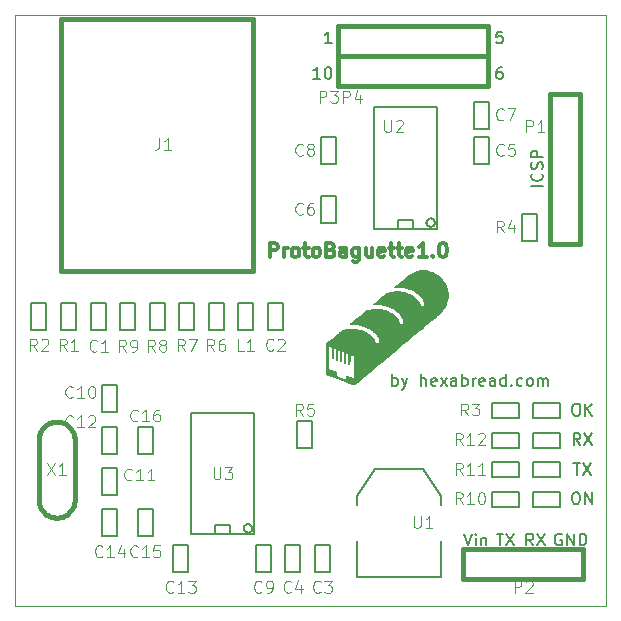
<source format=gto>
G04 (created by PCBNEW-RS274X (2012-apr-16-27)-stable) date dim. 09 juin 2013 19:20:32 CEST*
G01*
G70*
G90*
%MOIN*%
G04 Gerber Fmt 3.4, Leading zero omitted, Abs format*
%FSLAX34Y34*%
G04 APERTURE LIST*
%ADD10C,0.006000*%
%ADD11C,0.007900*%
%ADD12C,0.011800*%
%ADD13C,0.003900*%
%ADD14C,0.015000*%
%ADD15C,0.005000*%
%ADD16C,0.008000*%
%ADD17C,0.000100*%
G04 APERTURE END LIST*
G54D10*
G54D11*
X31421Y-36773D02*
X31196Y-36773D01*
X31309Y-36773D02*
X31309Y-36379D01*
X31271Y-36436D01*
X31234Y-36473D01*
X31196Y-36492D01*
X31665Y-36379D02*
X31702Y-36379D01*
X31740Y-36398D01*
X31759Y-36417D01*
X31777Y-36455D01*
X31796Y-36530D01*
X31796Y-36623D01*
X31777Y-36698D01*
X31759Y-36736D01*
X31740Y-36755D01*
X31702Y-36773D01*
X31665Y-36773D01*
X31627Y-36755D01*
X31609Y-36736D01*
X31590Y-36698D01*
X31571Y-36623D01*
X31571Y-36530D01*
X31590Y-36455D01*
X31609Y-36417D01*
X31627Y-36398D01*
X31665Y-36379D01*
X37478Y-36379D02*
X37403Y-36379D01*
X37365Y-36398D01*
X37346Y-36417D01*
X37309Y-36473D01*
X37290Y-36548D01*
X37290Y-36698D01*
X37309Y-36736D01*
X37328Y-36755D01*
X37365Y-36773D01*
X37440Y-36773D01*
X37478Y-36755D01*
X37496Y-36736D01*
X37515Y-36698D01*
X37515Y-36605D01*
X37496Y-36567D01*
X37478Y-36548D01*
X37440Y-36530D01*
X37365Y-36530D01*
X37328Y-36548D01*
X37309Y-36567D01*
X37290Y-36605D01*
X37496Y-35198D02*
X37309Y-35198D01*
X37290Y-35386D01*
X37309Y-35367D01*
X37346Y-35349D01*
X37440Y-35349D01*
X37478Y-35367D01*
X37496Y-35386D01*
X37515Y-35424D01*
X37515Y-35517D01*
X37496Y-35555D01*
X37478Y-35574D01*
X37440Y-35592D01*
X37346Y-35592D01*
X37309Y-35574D01*
X37290Y-35555D01*
X31806Y-35592D02*
X31581Y-35592D01*
X31694Y-35592D02*
X31694Y-35198D01*
X31656Y-35255D01*
X31619Y-35292D01*
X31581Y-35311D01*
X33820Y-47009D02*
X33820Y-46615D01*
X33820Y-46766D02*
X33857Y-46747D01*
X33932Y-46747D01*
X33970Y-46766D01*
X33989Y-46784D01*
X34007Y-46822D01*
X34007Y-46934D01*
X33989Y-46972D01*
X33970Y-46991D01*
X33932Y-47009D01*
X33857Y-47009D01*
X33820Y-46991D01*
X34138Y-46747D02*
X34232Y-47009D01*
X34326Y-46747D02*
X34232Y-47009D01*
X34195Y-47103D01*
X34176Y-47122D01*
X34138Y-47141D01*
X34776Y-47009D02*
X34776Y-46615D01*
X34945Y-47009D02*
X34945Y-46803D01*
X34926Y-46766D01*
X34888Y-46747D01*
X34832Y-46747D01*
X34795Y-46766D01*
X34776Y-46784D01*
X35282Y-46991D02*
X35244Y-47009D01*
X35169Y-47009D01*
X35132Y-46991D01*
X35113Y-46953D01*
X35113Y-46803D01*
X35132Y-46766D01*
X35169Y-46747D01*
X35244Y-46747D01*
X35282Y-46766D01*
X35301Y-46803D01*
X35301Y-46841D01*
X35113Y-46878D01*
X35432Y-47009D02*
X35639Y-46747D01*
X35432Y-46747D02*
X35639Y-47009D01*
X35958Y-47009D02*
X35958Y-46803D01*
X35939Y-46766D01*
X35901Y-46747D01*
X35826Y-46747D01*
X35789Y-46766D01*
X35958Y-46991D02*
X35920Y-47009D01*
X35826Y-47009D01*
X35789Y-46991D01*
X35770Y-46953D01*
X35770Y-46916D01*
X35789Y-46878D01*
X35826Y-46859D01*
X35920Y-46859D01*
X35958Y-46841D01*
X36145Y-47009D02*
X36145Y-46615D01*
X36145Y-46766D02*
X36182Y-46747D01*
X36257Y-46747D01*
X36295Y-46766D01*
X36314Y-46784D01*
X36332Y-46822D01*
X36332Y-46934D01*
X36314Y-46972D01*
X36295Y-46991D01*
X36257Y-47009D01*
X36182Y-47009D01*
X36145Y-46991D01*
X36501Y-47009D02*
X36501Y-46747D01*
X36501Y-46822D02*
X36520Y-46784D01*
X36538Y-46766D01*
X36576Y-46747D01*
X36613Y-46747D01*
X36895Y-46991D02*
X36857Y-47009D01*
X36782Y-47009D01*
X36745Y-46991D01*
X36726Y-46953D01*
X36726Y-46803D01*
X36745Y-46766D01*
X36782Y-46747D01*
X36857Y-46747D01*
X36895Y-46766D01*
X36914Y-46803D01*
X36914Y-46841D01*
X36726Y-46878D01*
X37252Y-47009D02*
X37252Y-46803D01*
X37233Y-46766D01*
X37195Y-46747D01*
X37120Y-46747D01*
X37083Y-46766D01*
X37252Y-46991D02*
X37214Y-47009D01*
X37120Y-47009D01*
X37083Y-46991D01*
X37064Y-46953D01*
X37064Y-46916D01*
X37083Y-46878D01*
X37120Y-46859D01*
X37214Y-46859D01*
X37252Y-46841D01*
X37608Y-47009D02*
X37608Y-46615D01*
X37608Y-46991D02*
X37570Y-47009D01*
X37495Y-47009D01*
X37458Y-46991D01*
X37439Y-46972D01*
X37420Y-46934D01*
X37420Y-46822D01*
X37439Y-46784D01*
X37458Y-46766D01*
X37495Y-46747D01*
X37570Y-46747D01*
X37608Y-46766D01*
X37795Y-46972D02*
X37814Y-46991D01*
X37795Y-47009D01*
X37776Y-46991D01*
X37795Y-46972D01*
X37795Y-47009D01*
X38152Y-46991D02*
X38114Y-47009D01*
X38039Y-47009D01*
X38002Y-46991D01*
X37983Y-46972D01*
X37964Y-46934D01*
X37964Y-46822D01*
X37983Y-46784D01*
X38002Y-46766D01*
X38039Y-46747D01*
X38114Y-46747D01*
X38152Y-46766D01*
X38377Y-47009D02*
X38340Y-46991D01*
X38321Y-46972D01*
X38302Y-46934D01*
X38302Y-46822D01*
X38321Y-46784D01*
X38340Y-46766D01*
X38377Y-46747D01*
X38433Y-46747D01*
X38471Y-46766D01*
X38490Y-46784D01*
X38508Y-46822D01*
X38508Y-46934D01*
X38490Y-46972D01*
X38471Y-46991D01*
X38433Y-47009D01*
X38377Y-47009D01*
X38677Y-47009D02*
X38677Y-46747D01*
X38677Y-46784D02*
X38696Y-46766D01*
X38733Y-46747D01*
X38789Y-46747D01*
X38827Y-46766D01*
X38846Y-46803D01*
X38846Y-47009D01*
X38846Y-46803D02*
X38864Y-46766D01*
X38902Y-46747D01*
X38958Y-46747D01*
X38996Y-46766D01*
X39015Y-46803D01*
X39015Y-47009D01*
G54D12*
X29731Y-42711D02*
X29731Y-42239D01*
X29911Y-42239D01*
X29956Y-42262D01*
X29979Y-42284D01*
X30001Y-42329D01*
X30001Y-42396D01*
X29979Y-42441D01*
X29956Y-42464D01*
X29911Y-42486D01*
X29731Y-42486D01*
X30203Y-42711D02*
X30203Y-42396D01*
X30203Y-42486D02*
X30226Y-42441D01*
X30248Y-42419D01*
X30293Y-42396D01*
X30338Y-42396D01*
X30563Y-42711D02*
X30518Y-42689D01*
X30495Y-42666D01*
X30473Y-42621D01*
X30473Y-42486D01*
X30495Y-42441D01*
X30518Y-42419D01*
X30563Y-42396D01*
X30630Y-42396D01*
X30675Y-42419D01*
X30698Y-42441D01*
X30720Y-42486D01*
X30720Y-42621D01*
X30698Y-42666D01*
X30675Y-42689D01*
X30630Y-42711D01*
X30563Y-42711D01*
X30855Y-42396D02*
X31035Y-42396D01*
X30922Y-42239D02*
X30922Y-42644D01*
X30945Y-42689D01*
X30990Y-42711D01*
X31035Y-42711D01*
X31260Y-42711D02*
X31215Y-42689D01*
X31192Y-42666D01*
X31170Y-42621D01*
X31170Y-42486D01*
X31192Y-42441D01*
X31215Y-42419D01*
X31260Y-42396D01*
X31327Y-42396D01*
X31372Y-42419D01*
X31395Y-42441D01*
X31417Y-42486D01*
X31417Y-42621D01*
X31395Y-42666D01*
X31372Y-42689D01*
X31327Y-42711D01*
X31260Y-42711D01*
X31777Y-42464D02*
X31844Y-42486D01*
X31867Y-42509D01*
X31889Y-42554D01*
X31889Y-42621D01*
X31867Y-42666D01*
X31844Y-42689D01*
X31799Y-42711D01*
X31619Y-42711D01*
X31619Y-42239D01*
X31777Y-42239D01*
X31822Y-42262D01*
X31844Y-42284D01*
X31867Y-42329D01*
X31867Y-42374D01*
X31844Y-42419D01*
X31822Y-42441D01*
X31777Y-42464D01*
X31619Y-42464D01*
X32294Y-42711D02*
X32294Y-42464D01*
X32271Y-42419D01*
X32226Y-42396D01*
X32136Y-42396D01*
X32091Y-42419D01*
X32294Y-42689D02*
X32249Y-42711D01*
X32136Y-42711D01*
X32091Y-42689D01*
X32069Y-42644D01*
X32069Y-42599D01*
X32091Y-42554D01*
X32136Y-42531D01*
X32249Y-42531D01*
X32294Y-42509D01*
X32721Y-42396D02*
X32721Y-42778D01*
X32698Y-42823D01*
X32676Y-42846D01*
X32631Y-42868D01*
X32563Y-42868D01*
X32518Y-42846D01*
X32721Y-42689D02*
X32676Y-42711D01*
X32586Y-42711D01*
X32541Y-42689D01*
X32518Y-42666D01*
X32496Y-42621D01*
X32496Y-42486D01*
X32518Y-42441D01*
X32541Y-42419D01*
X32586Y-42396D01*
X32676Y-42396D01*
X32721Y-42419D01*
X33148Y-42396D02*
X33148Y-42711D01*
X32945Y-42396D02*
X32945Y-42644D01*
X32968Y-42689D01*
X33013Y-42711D01*
X33080Y-42711D01*
X33125Y-42689D01*
X33148Y-42666D01*
X33552Y-42689D02*
X33507Y-42711D01*
X33417Y-42711D01*
X33372Y-42689D01*
X33350Y-42644D01*
X33350Y-42464D01*
X33372Y-42419D01*
X33417Y-42396D01*
X33507Y-42396D01*
X33552Y-42419D01*
X33575Y-42464D01*
X33575Y-42509D01*
X33350Y-42554D01*
X33710Y-42396D02*
X33890Y-42396D01*
X33777Y-42239D02*
X33777Y-42644D01*
X33800Y-42689D01*
X33845Y-42711D01*
X33890Y-42711D01*
X33980Y-42396D02*
X34160Y-42396D01*
X34047Y-42239D02*
X34047Y-42644D01*
X34070Y-42689D01*
X34115Y-42711D01*
X34160Y-42711D01*
X34497Y-42689D02*
X34452Y-42711D01*
X34362Y-42711D01*
X34317Y-42689D01*
X34295Y-42644D01*
X34295Y-42464D01*
X34317Y-42419D01*
X34362Y-42396D01*
X34452Y-42396D01*
X34497Y-42419D01*
X34520Y-42464D01*
X34520Y-42509D01*
X34295Y-42554D01*
X34970Y-42711D02*
X34700Y-42711D01*
X34835Y-42711D02*
X34835Y-42239D01*
X34790Y-42306D01*
X34745Y-42351D01*
X34700Y-42374D01*
X35172Y-42666D02*
X35195Y-42689D01*
X35172Y-42711D01*
X35150Y-42689D01*
X35172Y-42666D01*
X35172Y-42711D01*
X35487Y-42239D02*
X35532Y-42239D01*
X35577Y-42262D01*
X35600Y-42284D01*
X35622Y-42329D01*
X35645Y-42419D01*
X35645Y-42531D01*
X35622Y-42621D01*
X35600Y-42666D01*
X35577Y-42689D01*
X35532Y-42711D01*
X35487Y-42711D01*
X35442Y-42689D01*
X35420Y-42666D01*
X35397Y-42621D01*
X35375Y-42531D01*
X35375Y-42419D01*
X35397Y-42329D01*
X35420Y-42284D01*
X35442Y-42262D01*
X35487Y-42239D01*
G54D11*
X38840Y-40345D02*
X38446Y-40345D01*
X38803Y-39932D02*
X38822Y-39951D01*
X38840Y-40007D01*
X38840Y-40045D01*
X38822Y-40101D01*
X38784Y-40138D01*
X38747Y-40157D01*
X38672Y-40176D01*
X38615Y-40176D01*
X38540Y-40157D01*
X38503Y-40138D01*
X38465Y-40101D01*
X38446Y-40045D01*
X38446Y-40007D01*
X38465Y-39951D01*
X38484Y-39932D01*
X38822Y-39782D02*
X38840Y-39726D01*
X38840Y-39632D01*
X38822Y-39594D01*
X38803Y-39576D01*
X38765Y-39557D01*
X38728Y-39557D01*
X38690Y-39576D01*
X38672Y-39594D01*
X38653Y-39632D01*
X38634Y-39707D01*
X38615Y-39744D01*
X38597Y-39763D01*
X38559Y-39782D01*
X38522Y-39782D01*
X38484Y-39763D01*
X38465Y-39744D01*
X38446Y-39707D01*
X38446Y-39613D01*
X38465Y-39557D01*
X38840Y-39388D02*
X38446Y-39388D01*
X38446Y-39238D01*
X38465Y-39201D01*
X38484Y-39182D01*
X38522Y-39163D01*
X38578Y-39163D01*
X38615Y-39182D01*
X38634Y-39201D01*
X38653Y-39238D01*
X38653Y-39388D01*
X39464Y-51949D02*
X39427Y-51930D01*
X39370Y-51930D01*
X39314Y-51949D01*
X39277Y-51987D01*
X39258Y-52024D01*
X39239Y-52099D01*
X39239Y-52156D01*
X39258Y-52231D01*
X39277Y-52268D01*
X39314Y-52306D01*
X39370Y-52324D01*
X39408Y-52324D01*
X39464Y-52306D01*
X39483Y-52287D01*
X39483Y-52156D01*
X39408Y-52156D01*
X39652Y-52324D02*
X39652Y-51930D01*
X39877Y-52324D01*
X39877Y-51930D01*
X40065Y-52324D02*
X40065Y-51930D01*
X40159Y-51930D01*
X40215Y-51949D01*
X40252Y-51987D01*
X40271Y-52024D01*
X40290Y-52099D01*
X40290Y-52156D01*
X40271Y-52231D01*
X40252Y-52268D01*
X40215Y-52306D01*
X40159Y-52324D01*
X40065Y-52324D01*
X38518Y-52324D02*
X38387Y-52137D01*
X38293Y-52324D02*
X38293Y-51930D01*
X38443Y-51930D01*
X38480Y-51949D01*
X38499Y-51968D01*
X38518Y-52006D01*
X38518Y-52062D01*
X38499Y-52099D01*
X38480Y-52118D01*
X38443Y-52137D01*
X38293Y-52137D01*
X38649Y-51930D02*
X38912Y-52324D01*
X38912Y-51930D02*
X38649Y-52324D01*
X37299Y-51930D02*
X37524Y-51930D01*
X37411Y-52324D02*
X37411Y-51930D01*
X37617Y-51930D02*
X37880Y-52324D01*
X37880Y-51930D02*
X37617Y-52324D01*
X36211Y-51930D02*
X36342Y-52324D01*
X36473Y-51930D01*
X36605Y-52324D02*
X36605Y-52062D01*
X36605Y-51930D02*
X36586Y-51949D01*
X36605Y-51968D01*
X36624Y-51949D01*
X36605Y-51930D01*
X36605Y-51968D01*
X36793Y-52062D02*
X36793Y-52324D01*
X36793Y-52099D02*
X36812Y-52081D01*
X36849Y-52062D01*
X36905Y-52062D01*
X36943Y-52081D01*
X36962Y-52118D01*
X36962Y-52324D01*
G54D13*
X40944Y-54331D02*
X40944Y-34646D01*
X40945Y-54330D02*
X21260Y-54330D01*
X21260Y-34645D02*
X21260Y-54330D01*
X21260Y-34645D02*
X40945Y-34645D01*
G54D14*
X22784Y-34776D02*
X29184Y-34776D01*
X29184Y-34776D02*
X29184Y-43176D01*
X22784Y-43176D02*
X22784Y-34776D01*
X22784Y-43176D02*
X29184Y-43176D01*
G54D15*
X29156Y-51755D02*
X29153Y-51782D01*
X29145Y-51808D01*
X29132Y-51833D01*
X29115Y-51854D01*
X29093Y-51871D01*
X29069Y-51884D01*
X29043Y-51893D01*
X29015Y-51895D01*
X28989Y-51893D01*
X28963Y-51885D01*
X28938Y-51872D01*
X28917Y-51855D01*
X28899Y-51834D01*
X28886Y-51810D01*
X28878Y-51784D01*
X28875Y-51756D01*
X28877Y-51730D01*
X28884Y-51704D01*
X28897Y-51679D01*
X28914Y-51658D01*
X28935Y-51640D01*
X28959Y-51626D01*
X28985Y-51618D01*
X29013Y-51615D01*
X29039Y-51617D01*
X29065Y-51624D01*
X29090Y-51636D01*
X29112Y-51653D01*
X29130Y-51674D01*
X29143Y-51698D01*
X29152Y-51724D01*
X29155Y-51752D01*
X29156Y-51755D01*
X27915Y-51955D02*
X27915Y-51655D01*
X27915Y-51655D02*
X28415Y-51655D01*
X28415Y-51655D02*
X28415Y-51955D01*
X29215Y-47905D02*
X29215Y-51955D01*
X27115Y-51955D02*
X27115Y-47905D01*
X27115Y-51955D02*
X29215Y-51955D01*
X27115Y-47905D02*
X29215Y-47905D01*
X35243Y-41563D02*
X35240Y-41590D01*
X35232Y-41616D01*
X35219Y-41641D01*
X35202Y-41662D01*
X35180Y-41679D01*
X35156Y-41692D01*
X35130Y-41701D01*
X35102Y-41703D01*
X35076Y-41701D01*
X35050Y-41693D01*
X35025Y-41680D01*
X35004Y-41663D01*
X34986Y-41642D01*
X34973Y-41618D01*
X34965Y-41592D01*
X34962Y-41564D01*
X34964Y-41538D01*
X34971Y-41512D01*
X34984Y-41487D01*
X35001Y-41466D01*
X35022Y-41448D01*
X35046Y-41434D01*
X35072Y-41426D01*
X35100Y-41423D01*
X35126Y-41425D01*
X35152Y-41432D01*
X35177Y-41444D01*
X35199Y-41461D01*
X35217Y-41482D01*
X35230Y-41506D01*
X35239Y-41532D01*
X35242Y-41560D01*
X35243Y-41563D01*
X34002Y-41763D02*
X34002Y-41463D01*
X34002Y-41463D02*
X34502Y-41463D01*
X34502Y-41463D02*
X34502Y-41763D01*
X35302Y-37713D02*
X35302Y-41763D01*
X33202Y-41763D02*
X33202Y-37713D01*
X33202Y-41763D02*
X35302Y-41763D01*
X33202Y-37713D02*
X35302Y-37713D01*
G54D16*
X32655Y-52175D02*
X32655Y-53375D01*
X32655Y-53375D02*
X35455Y-53375D01*
X35455Y-53375D02*
X35455Y-52175D01*
X32655Y-50975D02*
X32655Y-50675D01*
X32655Y-50675D02*
X33255Y-49775D01*
X33255Y-49775D02*
X34855Y-49775D01*
X34855Y-49775D02*
X35455Y-50675D01*
X35455Y-50675D02*
X35455Y-50975D01*
G54D15*
X30656Y-49072D02*
X30656Y-48172D01*
X30656Y-48172D02*
X31156Y-48172D01*
X31156Y-48172D02*
X31156Y-49072D01*
X31156Y-49072D02*
X30656Y-49072D01*
X38136Y-42182D02*
X38136Y-41282D01*
X38136Y-41282D02*
X38636Y-41282D01*
X38636Y-41282D02*
X38636Y-42182D01*
X38636Y-42182D02*
X38136Y-42182D01*
X38049Y-48084D02*
X37149Y-48084D01*
X37149Y-48084D02*
X37149Y-47584D01*
X37149Y-47584D02*
X38049Y-47584D01*
X38049Y-47584D02*
X38049Y-48084D01*
X21797Y-45135D02*
X21797Y-44235D01*
X21797Y-44235D02*
X22297Y-44235D01*
X22297Y-44235D02*
X22297Y-45135D01*
X22297Y-45135D02*
X21797Y-45135D01*
X22781Y-45135D02*
X22781Y-44235D01*
X22781Y-44235D02*
X23281Y-44235D01*
X23281Y-44235D02*
X23281Y-45135D01*
X23281Y-45135D02*
X22781Y-45135D01*
X24266Y-44235D02*
X24266Y-45135D01*
X24266Y-45135D02*
X23766Y-45135D01*
X23766Y-45135D02*
X23766Y-44235D01*
X23766Y-44235D02*
X24266Y-44235D01*
X24159Y-49269D02*
X24159Y-48369D01*
X24159Y-48369D02*
X24659Y-48369D01*
X24659Y-48369D02*
X24659Y-49269D01*
X24659Y-49269D02*
X24159Y-49269D01*
X31443Y-39623D02*
X31443Y-38723D01*
X31443Y-38723D02*
X31943Y-38723D01*
X31943Y-38723D02*
X31943Y-39623D01*
X31943Y-39623D02*
X31443Y-39623D01*
X27022Y-52306D02*
X27022Y-53206D01*
X27022Y-53206D02*
X26522Y-53206D01*
X26522Y-53206D02*
X26522Y-52306D01*
X26522Y-52306D02*
X27022Y-52306D01*
X24159Y-52025D02*
X24159Y-51125D01*
X24159Y-51125D02*
X24659Y-51125D01*
X24659Y-51125D02*
X24659Y-52025D01*
X24659Y-52025D02*
X24159Y-52025D01*
X25341Y-52025D02*
X25341Y-51125D01*
X25341Y-51125D02*
X25841Y-51125D01*
X25841Y-51125D02*
X25841Y-52025D01*
X25841Y-52025D02*
X25341Y-52025D01*
X36561Y-38442D02*
X36561Y-37542D01*
X36561Y-37542D02*
X37061Y-37542D01*
X37061Y-37542D02*
X37061Y-38442D01*
X37061Y-38442D02*
X36561Y-38442D01*
X25341Y-49269D02*
X25341Y-48369D01*
X25341Y-48369D02*
X25841Y-48369D01*
X25841Y-48369D02*
X25841Y-49269D01*
X25841Y-49269D02*
X25341Y-49269D01*
X31443Y-41592D02*
X31443Y-40692D01*
X31443Y-40692D02*
X31943Y-40692D01*
X31943Y-40692D02*
X31943Y-41592D01*
X31943Y-41592D02*
X31443Y-41592D01*
X37061Y-38723D02*
X37061Y-39623D01*
X37061Y-39623D02*
X36561Y-39623D01*
X36561Y-39623D02*
X36561Y-38723D01*
X36561Y-38723D02*
X37061Y-38723D01*
X30262Y-53206D02*
X30262Y-52306D01*
X30262Y-52306D02*
X30762Y-52306D01*
X30762Y-52306D02*
X30762Y-53206D01*
X30762Y-53206D02*
X30262Y-53206D01*
X31746Y-52306D02*
X31746Y-53206D01*
X31746Y-53206D02*
X31246Y-53206D01*
X31246Y-53206D02*
X31246Y-52306D01*
X31246Y-52306D02*
X31746Y-52306D01*
X30171Y-44235D02*
X30171Y-45135D01*
X30171Y-45135D02*
X29671Y-45135D01*
X29671Y-45135D02*
X29671Y-44235D01*
X29671Y-44235D02*
X30171Y-44235D01*
X29187Y-44235D02*
X29187Y-45135D01*
X29187Y-45135D02*
X28687Y-45135D01*
X28687Y-45135D02*
X28687Y-44235D01*
X28687Y-44235D02*
X29187Y-44235D01*
G54D14*
X39067Y-42264D02*
X39067Y-37264D01*
X39067Y-37264D02*
X40067Y-37264D01*
X40067Y-37264D02*
X40067Y-42264D01*
X40067Y-42264D02*
X39067Y-42264D01*
X40189Y-53453D02*
X36189Y-53453D01*
X36189Y-53453D02*
X36189Y-52453D01*
X36189Y-52453D02*
X40189Y-52453D01*
X40189Y-52453D02*
X40189Y-53453D01*
G54D15*
X29278Y-53206D02*
X29278Y-52306D01*
X29278Y-52306D02*
X29778Y-52306D01*
X29778Y-52306D02*
X29778Y-53206D01*
X29778Y-53206D02*
X29278Y-53206D01*
X24159Y-47891D02*
X24159Y-46991D01*
X24159Y-46991D02*
X24659Y-46991D01*
X24659Y-46991D02*
X24659Y-47891D01*
X24659Y-47891D02*
X24159Y-47891D01*
X24159Y-50647D02*
X24159Y-49747D01*
X24159Y-49747D02*
X24659Y-49747D01*
X24659Y-49747D02*
X24659Y-50647D01*
X24659Y-50647D02*
X24159Y-50647D01*
X27703Y-45135D02*
X27703Y-44235D01*
X27703Y-44235D02*
X28203Y-44235D01*
X28203Y-44235D02*
X28203Y-45135D01*
X28203Y-45135D02*
X27703Y-45135D01*
X26719Y-45135D02*
X26719Y-44235D01*
X26719Y-44235D02*
X27219Y-44235D01*
X27219Y-44235D02*
X27219Y-45135D01*
X27219Y-45135D02*
X26719Y-45135D01*
X25734Y-45135D02*
X25734Y-44235D01*
X25734Y-44235D02*
X26234Y-44235D01*
X26234Y-44235D02*
X26234Y-45135D01*
X26234Y-45135D02*
X25734Y-45135D01*
X24750Y-45135D02*
X24750Y-44235D01*
X24750Y-44235D02*
X25250Y-44235D01*
X25250Y-44235D02*
X25250Y-45135D01*
X25250Y-45135D02*
X24750Y-45135D01*
G54D14*
X23238Y-48803D02*
X23238Y-50803D01*
X22038Y-50803D02*
X22038Y-48803D01*
X22638Y-51403D02*
X22690Y-51400D01*
X22742Y-51393D01*
X22793Y-51382D01*
X22843Y-51366D01*
X22891Y-51346D01*
X22938Y-51322D01*
X22982Y-51294D01*
X23023Y-51262D01*
X23062Y-51227D01*
X23097Y-51188D01*
X23129Y-51147D01*
X23157Y-51102D01*
X23181Y-51056D01*
X23201Y-51008D01*
X23217Y-50958D01*
X23228Y-50907D01*
X23235Y-50855D01*
X23238Y-50803D01*
X22038Y-50803D02*
X22041Y-50855D01*
X22048Y-50907D01*
X22059Y-50958D01*
X22075Y-51008D01*
X22095Y-51056D01*
X22119Y-51102D01*
X22147Y-51147D01*
X22179Y-51188D01*
X22214Y-51227D01*
X22253Y-51262D01*
X22294Y-51294D01*
X22339Y-51322D01*
X22385Y-51346D01*
X22433Y-51366D01*
X22483Y-51382D01*
X22534Y-51393D01*
X22586Y-51400D01*
X22638Y-51403D01*
X23238Y-48803D02*
X23235Y-48751D01*
X23228Y-48699D01*
X23217Y-48648D01*
X23201Y-48598D01*
X23181Y-48550D01*
X23157Y-48504D01*
X23129Y-48459D01*
X23097Y-48418D01*
X23062Y-48379D01*
X23023Y-48344D01*
X22982Y-48312D01*
X22938Y-48284D01*
X22891Y-48260D01*
X22843Y-48240D01*
X22793Y-48224D01*
X22742Y-48213D01*
X22690Y-48206D01*
X22638Y-48203D01*
X22638Y-48203D02*
X22586Y-48206D01*
X22534Y-48213D01*
X22483Y-48224D01*
X22433Y-48240D01*
X22385Y-48260D01*
X22339Y-48284D01*
X22294Y-48312D01*
X22253Y-48344D01*
X22214Y-48379D01*
X22179Y-48418D01*
X22147Y-48459D01*
X22119Y-48504D01*
X22095Y-48550D01*
X22075Y-48598D01*
X22059Y-48648D01*
X22048Y-48699D01*
X22041Y-48751D01*
X22038Y-48803D01*
G54D15*
X37149Y-50537D02*
X38049Y-50537D01*
X38049Y-50537D02*
X38049Y-51037D01*
X38049Y-51037D02*
X37149Y-51037D01*
X37149Y-51037D02*
X37149Y-50537D01*
X37149Y-49553D02*
X38049Y-49553D01*
X38049Y-49553D02*
X38049Y-50053D01*
X38049Y-50053D02*
X37149Y-50053D01*
X37149Y-50053D02*
X37149Y-49553D01*
X37149Y-48569D02*
X38049Y-48569D01*
X38049Y-48569D02*
X38049Y-49069D01*
X38049Y-49069D02*
X37149Y-49069D01*
X37149Y-49069D02*
X37149Y-48569D01*
G54D14*
X32000Y-35000D02*
X37000Y-35000D01*
X37000Y-35000D02*
X37000Y-36000D01*
X37000Y-36000D02*
X32000Y-36000D01*
X32000Y-36000D02*
X32000Y-35000D01*
X32000Y-36000D02*
X37000Y-36000D01*
X37000Y-36000D02*
X37000Y-37000D01*
X37000Y-37000D02*
X32000Y-37000D01*
X32000Y-37000D02*
X32000Y-36000D01*
G54D15*
X39426Y-48085D02*
X38526Y-48085D01*
X38526Y-48085D02*
X38526Y-47585D01*
X38526Y-47585D02*
X39426Y-47585D01*
X39426Y-47585D02*
X39426Y-48085D01*
X39426Y-51037D02*
X38526Y-51037D01*
X38526Y-51037D02*
X38526Y-50537D01*
X38526Y-50537D02*
X39426Y-50537D01*
X39426Y-50537D02*
X39426Y-51037D01*
X39426Y-49069D02*
X38526Y-49069D01*
X38526Y-49069D02*
X38526Y-48569D01*
X38526Y-48569D02*
X39426Y-48569D01*
X39426Y-48569D02*
X39426Y-49069D01*
X39426Y-50053D02*
X38526Y-50053D01*
X38526Y-50053D02*
X38526Y-49553D01*
X38526Y-49553D02*
X39426Y-49553D01*
X39426Y-49553D02*
X39426Y-50053D01*
G54D17*
G36*
X35701Y-43980D02*
X35700Y-44029D01*
X35698Y-44073D01*
X35692Y-44115D01*
X35685Y-44158D01*
X35680Y-44177D01*
X35660Y-44248D01*
X35633Y-44319D01*
X35599Y-44387D01*
X35560Y-44453D01*
X35516Y-44514D01*
X35468Y-44569D01*
X35430Y-44605D01*
X35427Y-44608D01*
X35422Y-44613D01*
X35415Y-44618D01*
X35406Y-44626D01*
X35395Y-44635D01*
X35381Y-44647D01*
X35365Y-44660D01*
X35347Y-44676D01*
X35326Y-44693D01*
X35301Y-44714D01*
X35274Y-44736D01*
X35244Y-44762D01*
X35210Y-44790D01*
X35173Y-44821D01*
X35132Y-44855D01*
X35087Y-44892D01*
X35038Y-44933D01*
X34985Y-44977D01*
X34929Y-45024D01*
X34867Y-45075D01*
X34802Y-45130D01*
X34731Y-45188D01*
X34656Y-45251D01*
X34576Y-45317D01*
X34491Y-45388D01*
X34400Y-45463D01*
X34305Y-45543D01*
X34203Y-45627D01*
X34096Y-45716D01*
X33984Y-45810D01*
X33865Y-45909D01*
X33740Y-46012D01*
X33669Y-46072D01*
X33567Y-46157D01*
X33471Y-46237D01*
X33380Y-46312D01*
X33296Y-46382D01*
X33217Y-46448D01*
X33143Y-46509D01*
X33075Y-46565D01*
X33012Y-46618D01*
X32954Y-46666D01*
X32901Y-46710D01*
X32852Y-46750D01*
X32808Y-46787D01*
X32768Y-46820D01*
X32732Y-46850D01*
X32700Y-46877D01*
X32672Y-46900D01*
X32647Y-46920D01*
X32626Y-46938D01*
X32608Y-46953D01*
X32593Y-46965D01*
X32581Y-46975D01*
X32572Y-46983D01*
X32565Y-46988D01*
X32561Y-46991D01*
X32560Y-46992D01*
X32560Y-46650D01*
X32560Y-46616D01*
X32560Y-46575D01*
X32560Y-46528D01*
X32560Y-46473D01*
X32559Y-46411D01*
X32559Y-46382D01*
X32559Y-46328D01*
X32558Y-46276D01*
X32558Y-46228D01*
X32557Y-46182D01*
X32557Y-46141D01*
X32556Y-46105D01*
X32556Y-46074D01*
X32555Y-46048D01*
X32555Y-46030D01*
X32554Y-46018D01*
X32554Y-46014D01*
X32550Y-46011D01*
X32539Y-46007D01*
X32524Y-46001D01*
X32506Y-45994D01*
X32487Y-45987D01*
X32469Y-45981D01*
X32453Y-45975D01*
X32441Y-45971D01*
X32434Y-45969D01*
X32434Y-45969D01*
X32433Y-45973D01*
X32433Y-45984D01*
X32432Y-46002D01*
X32432Y-46026D01*
X32431Y-46054D01*
X32431Y-46087D01*
X32431Y-46123D01*
X32431Y-46150D01*
X32431Y-46187D01*
X32430Y-46222D01*
X32430Y-46253D01*
X32430Y-46281D01*
X32430Y-46303D01*
X32429Y-46319D01*
X32429Y-46328D01*
X32429Y-46330D01*
X32425Y-46329D01*
X32414Y-46325D01*
X32400Y-46320D01*
X32394Y-46317D01*
X32361Y-46305D01*
X32361Y-46123D01*
X32361Y-45941D01*
X32341Y-45934D01*
X32327Y-45928D01*
X32313Y-45923D01*
X32309Y-45921D01*
X32295Y-45916D01*
X32295Y-46096D01*
X32295Y-46141D01*
X32295Y-46179D01*
X32295Y-46209D01*
X32294Y-46233D01*
X32294Y-46251D01*
X32293Y-46264D01*
X32292Y-46272D01*
X32291Y-46276D01*
X32290Y-46277D01*
X32284Y-46275D01*
X32272Y-46272D01*
X32258Y-46267D01*
X32255Y-46266D01*
X32226Y-46255D01*
X32225Y-46073D01*
X32223Y-45890D01*
X32199Y-45881D01*
X32184Y-45876D01*
X32172Y-45871D01*
X32165Y-45869D01*
X32156Y-45866D01*
X32156Y-46047D01*
X32156Y-46084D01*
X32156Y-46119D01*
X32155Y-46151D01*
X32155Y-46178D01*
X32154Y-46200D01*
X32154Y-46216D01*
X32153Y-46225D01*
X32153Y-46227D01*
X32148Y-46226D01*
X32137Y-46222D01*
X32123Y-46217D01*
X32119Y-46216D01*
X32088Y-46204D01*
X32087Y-46022D01*
X32086Y-45839D01*
X32056Y-45828D01*
X32042Y-45823D01*
X32030Y-45819D01*
X32024Y-45817D01*
X32023Y-45817D01*
X32023Y-45821D01*
X32022Y-45833D01*
X32022Y-45850D01*
X32021Y-45874D01*
X32021Y-45903D01*
X32021Y-45935D01*
X32020Y-45971D01*
X32020Y-45998D01*
X32020Y-46035D01*
X32020Y-46070D01*
X32020Y-46102D01*
X32020Y-46129D01*
X32020Y-46151D01*
X32019Y-46167D01*
X32019Y-46176D01*
X32019Y-46178D01*
X32014Y-46177D01*
X32004Y-46173D01*
X31990Y-46168D01*
X31984Y-46166D01*
X31951Y-46153D01*
X31951Y-45971D01*
X31951Y-45789D01*
X31923Y-45779D01*
X31908Y-45774D01*
X31896Y-45769D01*
X31888Y-45766D01*
X31888Y-45766D01*
X31886Y-45766D01*
X31885Y-45767D01*
X31884Y-45770D01*
X31883Y-45776D01*
X31882Y-45785D01*
X31882Y-45798D01*
X31881Y-45817D01*
X31881Y-45840D01*
X31881Y-45870D01*
X31881Y-45907D01*
X31881Y-45944D01*
X31881Y-45988D01*
X31881Y-46026D01*
X31880Y-46059D01*
X31880Y-46086D01*
X31879Y-46106D01*
X31878Y-46119D01*
X31877Y-46125D01*
X31877Y-46125D01*
X31872Y-46124D01*
X31861Y-46120D01*
X31846Y-46115D01*
X31844Y-46114D01*
X31815Y-46103D01*
X31814Y-45921D01*
X31813Y-45738D01*
X31764Y-45720D01*
X31746Y-45714D01*
X31730Y-45708D01*
X31718Y-45704D01*
X31712Y-45702D01*
X31712Y-45702D01*
X31712Y-45706D01*
X31711Y-45718D01*
X31711Y-45737D01*
X31710Y-45762D01*
X31710Y-45793D01*
X31709Y-45829D01*
X31709Y-45870D01*
X31709Y-45915D01*
X31709Y-45964D01*
X31709Y-46016D01*
X31709Y-46070D01*
X31709Y-46071D01*
X31709Y-46440D01*
X31720Y-46444D01*
X31728Y-46447D01*
X31742Y-46452D01*
X31761Y-46459D01*
X31784Y-46467D01*
X31810Y-46477D01*
X31837Y-46487D01*
X31865Y-46497D01*
X31893Y-46507D01*
X31919Y-46517D01*
X31942Y-46525D01*
X31961Y-46533D01*
X31975Y-46538D01*
X31983Y-46541D01*
X31984Y-46541D01*
X31987Y-46543D01*
X31989Y-46547D01*
X31990Y-46554D01*
X31991Y-46566D01*
X31992Y-46584D01*
X31993Y-46608D01*
X31993Y-46612D01*
X31994Y-46679D01*
X32129Y-46730D01*
X32161Y-46742D01*
X32190Y-46752D01*
X32216Y-46762D01*
X32238Y-46770D01*
X32255Y-46776D01*
X32266Y-46780D01*
X32270Y-46781D01*
X32272Y-46779D01*
X32273Y-46772D01*
X32274Y-46760D01*
X32275Y-46742D01*
X32275Y-46716D01*
X32275Y-46716D01*
X32275Y-46693D01*
X32275Y-46674D01*
X32276Y-46660D01*
X32277Y-46652D01*
X32277Y-46650D01*
X32282Y-46651D01*
X32293Y-46655D01*
X32310Y-46661D01*
X32332Y-46669D01*
X32358Y-46678D01*
X32387Y-46689D01*
X32416Y-46699D01*
X32448Y-46711D01*
X32477Y-46721D01*
X32503Y-46730D01*
X32525Y-46738D01*
X32542Y-46744D01*
X32553Y-46747D01*
X32557Y-46748D01*
X32558Y-46747D01*
X32558Y-46742D01*
X32559Y-46733D01*
X32559Y-46720D01*
X32560Y-46702D01*
X32560Y-46679D01*
X32560Y-46650D01*
X32560Y-46992D01*
X32559Y-46993D01*
X32558Y-46993D01*
X32554Y-46992D01*
X32543Y-46988D01*
X32525Y-46981D01*
X32501Y-46972D01*
X32471Y-46961D01*
X32435Y-46948D01*
X32395Y-46933D01*
X32350Y-46916D01*
X32301Y-46898D01*
X32249Y-46878D01*
X32194Y-46857D01*
X32137Y-46835D01*
X32087Y-46817D01*
X31618Y-46640D01*
X31618Y-46117D01*
X31618Y-45593D01*
X31805Y-45438D01*
X31858Y-45394D01*
X31904Y-45355D01*
X31945Y-45321D01*
X31981Y-45292D01*
X32012Y-45266D01*
X32039Y-45244D01*
X32061Y-45225D01*
X32081Y-45209D01*
X32097Y-45196D01*
X32110Y-45186D01*
X32122Y-45178D01*
X32131Y-45171D01*
X32138Y-45166D01*
X32145Y-45163D01*
X32151Y-45160D01*
X32156Y-45158D01*
X32162Y-45156D01*
X32168Y-45154D01*
X32175Y-45152D01*
X32176Y-45151D01*
X32221Y-45138D01*
X32271Y-45126D01*
X32322Y-45115D01*
X32373Y-45107D01*
X32388Y-45105D01*
X32417Y-45103D01*
X32450Y-45101D01*
X32486Y-45100D01*
X32523Y-45100D01*
X32560Y-45101D01*
X32594Y-45103D01*
X32624Y-45105D01*
X32647Y-45109D01*
X32650Y-45109D01*
X32735Y-45128D01*
X32821Y-45154D01*
X32905Y-45184D01*
X32937Y-45198D01*
X32984Y-45219D01*
X33024Y-45240D01*
X33060Y-45262D01*
X33094Y-45286D01*
X33126Y-45314D01*
X33159Y-45346D01*
X33161Y-45348D01*
X33193Y-45383D01*
X33219Y-45416D01*
X33238Y-45447D01*
X33253Y-45479D01*
X33263Y-45513D01*
X33267Y-45534D01*
X33270Y-45551D01*
X33274Y-45562D01*
X33280Y-45572D01*
X33289Y-45581D01*
X33290Y-45583D01*
X33300Y-45592D01*
X33308Y-45598D01*
X33318Y-45599D01*
X33331Y-45600D01*
X33344Y-45599D01*
X33353Y-45597D01*
X33361Y-45592D01*
X33372Y-45583D01*
X33373Y-45581D01*
X33392Y-45563D01*
X33389Y-45527D01*
X33382Y-45480D01*
X33368Y-45434D01*
X33346Y-45387D01*
X33315Y-45340D01*
X33278Y-45292D01*
X33245Y-45257D01*
X33217Y-45229D01*
X33192Y-45207D01*
X33170Y-45188D01*
X33148Y-45171D01*
X33124Y-45155D01*
X33111Y-45146D01*
X33038Y-45106D01*
X32959Y-45069D01*
X32875Y-45038D01*
X32787Y-45012D01*
X32696Y-44992D01*
X32679Y-44988D01*
X32653Y-44985D01*
X32622Y-44982D01*
X32586Y-44979D01*
X32547Y-44978D01*
X32508Y-44977D01*
X32471Y-44977D01*
X32436Y-44977D01*
X32408Y-44979D01*
X32395Y-44980D01*
X32378Y-44982D01*
X32365Y-44983D01*
X32356Y-44984D01*
X32354Y-44984D01*
X32357Y-44981D01*
X32366Y-44973D01*
X32380Y-44961D01*
X32399Y-44945D01*
X32423Y-44925D01*
X32451Y-44902D01*
X32482Y-44875D01*
X32517Y-44846D01*
X32554Y-44815D01*
X32594Y-44782D01*
X32636Y-44747D01*
X32636Y-44747D01*
X32690Y-44702D01*
X32738Y-44662D01*
X32780Y-44628D01*
X32817Y-44597D01*
X32848Y-44572D01*
X32875Y-44550D01*
X32897Y-44533D01*
X32914Y-44520D01*
X32928Y-44510D01*
X32938Y-44503D01*
X32944Y-44500D01*
X32961Y-44493D01*
X32984Y-44485D01*
X33012Y-44477D01*
X33043Y-44469D01*
X33076Y-44461D01*
X33107Y-44455D01*
X33123Y-44452D01*
X33186Y-44443D01*
X33251Y-44437D01*
X33315Y-44436D01*
X33377Y-44439D01*
X33433Y-44445D01*
X33435Y-44445D01*
X33495Y-44457D01*
X33557Y-44473D01*
X33620Y-44492D01*
X33681Y-44514D01*
X33740Y-44538D01*
X33794Y-44564D01*
X33843Y-44591D01*
X33862Y-44603D01*
X33882Y-44618D01*
X33906Y-44638D01*
X33930Y-44660D01*
X33955Y-44684D01*
X33978Y-44707D01*
X33997Y-44728D01*
X34011Y-44747D01*
X34013Y-44749D01*
X34035Y-44785D01*
X34050Y-44820D01*
X34061Y-44855D01*
X34065Y-44879D01*
X34071Y-44901D01*
X34084Y-44919D01*
X34101Y-44932D01*
X34121Y-44939D01*
X34129Y-44940D01*
X34147Y-44936D01*
X34164Y-44925D01*
X34177Y-44910D01*
X34186Y-44892D01*
X34188Y-44872D01*
X34188Y-44866D01*
X34176Y-44811D01*
X34157Y-44757D01*
X34129Y-44705D01*
X34094Y-44654D01*
X34064Y-44619D01*
X34024Y-44577D01*
X33985Y-44541D01*
X33945Y-44509D01*
X33902Y-44481D01*
X33854Y-44454D01*
X33829Y-44441D01*
X33752Y-44406D01*
X33672Y-44376D01*
X33589Y-44352D01*
X33501Y-44331D01*
X33433Y-44320D01*
X33418Y-44318D01*
X33396Y-44317D01*
X33369Y-44316D01*
X33339Y-44315D01*
X33307Y-44315D01*
X33275Y-44315D01*
X33244Y-44315D01*
X33216Y-44316D01*
X33193Y-44317D01*
X33177Y-44319D01*
X33176Y-44319D01*
X33161Y-44321D01*
X33154Y-44321D01*
X33152Y-44320D01*
X33154Y-44317D01*
X33155Y-44316D01*
X33160Y-44312D01*
X33170Y-44304D01*
X33185Y-44291D01*
X33205Y-44274D01*
X33230Y-44253D01*
X33258Y-44230D01*
X33289Y-44204D01*
X33323Y-44175D01*
X33360Y-44145D01*
X33397Y-44114D01*
X33631Y-43920D01*
X33676Y-43905D01*
X33723Y-43891D01*
X33776Y-43878D01*
X33833Y-43867D01*
X33860Y-43862D01*
X33885Y-43859D01*
X33916Y-43857D01*
X33951Y-43855D01*
X33988Y-43855D01*
X34025Y-43855D01*
X34061Y-43856D01*
X34094Y-43857D01*
X34122Y-43860D01*
X34141Y-43862D01*
X34231Y-43882D01*
X34320Y-43908D01*
X34405Y-43940D01*
X34486Y-43976D01*
X34499Y-43983D01*
X34542Y-44007D01*
X34581Y-44033D01*
X34617Y-44062D01*
X34653Y-44096D01*
X34660Y-44103D01*
X34693Y-44140D01*
X34719Y-44173D01*
X34738Y-44206D01*
X34753Y-44239D01*
X34762Y-44273D01*
X34764Y-44286D01*
X34770Y-44310D01*
X34779Y-44328D01*
X34791Y-44342D01*
X34804Y-44349D01*
X34824Y-44355D01*
X34844Y-44353D01*
X34863Y-44345D01*
X34877Y-44330D01*
X34885Y-44314D01*
X34889Y-44306D01*
X34890Y-44298D01*
X34890Y-44289D01*
X34888Y-44277D01*
X34885Y-44259D01*
X34884Y-44256D01*
X34873Y-44211D01*
X34856Y-44168D01*
X34835Y-44126D01*
X34807Y-44085D01*
X34773Y-44044D01*
X34733Y-44002D01*
X34715Y-43984D01*
X34695Y-43966D01*
X34676Y-43950D01*
X34661Y-43937D01*
X34657Y-43934D01*
X34598Y-43894D01*
X34531Y-43857D01*
X34459Y-43824D01*
X34381Y-43795D01*
X34299Y-43771D01*
X34213Y-43750D01*
X34152Y-43739D01*
X34125Y-43736D01*
X34092Y-43733D01*
X34056Y-43732D01*
X34017Y-43731D01*
X33980Y-43730D01*
X33945Y-43731D01*
X33914Y-43733D01*
X33909Y-43733D01*
X33890Y-43735D01*
X33873Y-43736D01*
X33861Y-43737D01*
X33855Y-43737D01*
X33855Y-43736D01*
X33858Y-43734D01*
X33866Y-43726D01*
X33880Y-43714D01*
X33898Y-43699D01*
X33921Y-43680D01*
X33947Y-43658D01*
X33976Y-43634D01*
X34007Y-43608D01*
X34039Y-43580D01*
X34074Y-43552D01*
X34108Y-43523D01*
X34143Y-43494D01*
X34177Y-43465D01*
X34211Y-43438D01*
X34242Y-43412D01*
X34271Y-43388D01*
X34298Y-43366D01*
X34321Y-43347D01*
X34340Y-43332D01*
X34355Y-43320D01*
X34364Y-43313D01*
X34365Y-43312D01*
X34432Y-43267D01*
X34503Y-43229D01*
X34578Y-43198D01*
X34658Y-43174D01*
X34738Y-43157D01*
X34762Y-43154D01*
X34792Y-43152D01*
X34826Y-43150D01*
X34862Y-43150D01*
X34897Y-43150D01*
X34930Y-43151D01*
X34959Y-43153D01*
X34976Y-43155D01*
X35059Y-43171D01*
X35138Y-43195D01*
X35215Y-43225D01*
X35287Y-43262D01*
X35354Y-43306D01*
X35417Y-43356D01*
X35475Y-43412D01*
X35528Y-43474D01*
X35574Y-43541D01*
X35613Y-43611D01*
X35646Y-43685D01*
X35672Y-43761D01*
X35689Y-43839D01*
X35699Y-43920D01*
X35701Y-43980D01*
X35701Y-43980D01*
X35701Y-43980D01*
G37*
G54D13*
X26053Y-38741D02*
X26053Y-39023D01*
X26035Y-39079D01*
X25997Y-39117D01*
X25941Y-39135D01*
X25903Y-39135D01*
X26447Y-39135D02*
X26222Y-39135D01*
X26335Y-39135D02*
X26335Y-38741D01*
X26297Y-38798D01*
X26260Y-38835D01*
X26222Y-38854D01*
X27865Y-49720D02*
X27865Y-50039D01*
X27884Y-50077D01*
X27902Y-50096D01*
X27940Y-50114D01*
X28015Y-50114D01*
X28052Y-50096D01*
X28071Y-50077D01*
X28090Y-50039D01*
X28090Y-49720D01*
X28240Y-49720D02*
X28484Y-49720D01*
X28353Y-49871D01*
X28409Y-49871D01*
X28447Y-49889D01*
X28465Y-49908D01*
X28484Y-49946D01*
X28484Y-50039D01*
X28465Y-50077D01*
X28447Y-50096D01*
X28409Y-50114D01*
X28297Y-50114D01*
X28259Y-50096D01*
X28240Y-50077D01*
X33558Y-38151D02*
X33558Y-38470D01*
X33577Y-38508D01*
X33595Y-38527D01*
X33633Y-38545D01*
X33708Y-38545D01*
X33745Y-38527D01*
X33764Y-38508D01*
X33783Y-38470D01*
X33783Y-38151D01*
X33952Y-38189D02*
X33971Y-38170D01*
X34008Y-38151D01*
X34102Y-38151D01*
X34140Y-38170D01*
X34158Y-38189D01*
X34177Y-38227D01*
X34177Y-38264D01*
X34158Y-38320D01*
X33933Y-38545D01*
X34177Y-38545D01*
X34543Y-51340D02*
X34543Y-51659D01*
X34562Y-51697D01*
X34580Y-51716D01*
X34618Y-51734D01*
X34693Y-51734D01*
X34730Y-51716D01*
X34749Y-51697D01*
X34768Y-51659D01*
X34768Y-51340D01*
X35162Y-51734D02*
X34937Y-51734D01*
X35050Y-51734D02*
X35050Y-51340D01*
X35012Y-51397D01*
X34975Y-51434D01*
X34937Y-51453D01*
X30841Y-47994D02*
X30710Y-47807D01*
X30616Y-47994D02*
X30616Y-47600D01*
X30766Y-47600D01*
X30803Y-47619D01*
X30822Y-47638D01*
X30841Y-47676D01*
X30841Y-47732D01*
X30822Y-47769D01*
X30803Y-47788D01*
X30766Y-47807D01*
X30616Y-47807D01*
X31197Y-47600D02*
X31010Y-47600D01*
X30991Y-47788D01*
X31010Y-47769D01*
X31047Y-47751D01*
X31141Y-47751D01*
X31179Y-47769D01*
X31197Y-47788D01*
X31216Y-47826D01*
X31216Y-47919D01*
X31197Y-47957D01*
X31179Y-47976D01*
X31141Y-47994D01*
X31047Y-47994D01*
X31010Y-47976D01*
X30991Y-47957D01*
X37533Y-41891D02*
X37402Y-41704D01*
X37308Y-41891D02*
X37308Y-41497D01*
X37458Y-41497D01*
X37495Y-41516D01*
X37514Y-41535D01*
X37533Y-41573D01*
X37533Y-41629D01*
X37514Y-41666D01*
X37495Y-41685D01*
X37458Y-41704D01*
X37308Y-41704D01*
X37871Y-41629D02*
X37871Y-41891D01*
X37777Y-41479D02*
X37683Y-41760D01*
X37927Y-41760D01*
X36353Y-47993D02*
X36222Y-47806D01*
X36128Y-47993D02*
X36128Y-47599D01*
X36278Y-47599D01*
X36315Y-47618D01*
X36334Y-47637D01*
X36353Y-47675D01*
X36353Y-47731D01*
X36334Y-47768D01*
X36315Y-47787D01*
X36278Y-47806D01*
X36128Y-47806D01*
X36484Y-47599D02*
X36728Y-47599D01*
X36597Y-47750D01*
X36653Y-47750D01*
X36691Y-47768D01*
X36709Y-47787D01*
X36728Y-47825D01*
X36728Y-47918D01*
X36709Y-47956D01*
X36691Y-47975D01*
X36653Y-47993D01*
X36541Y-47993D01*
X36503Y-47975D01*
X36484Y-47956D01*
X21982Y-45828D02*
X21851Y-45641D01*
X21757Y-45828D02*
X21757Y-45434D01*
X21907Y-45434D01*
X21944Y-45453D01*
X21963Y-45472D01*
X21982Y-45510D01*
X21982Y-45566D01*
X21963Y-45603D01*
X21944Y-45622D01*
X21907Y-45641D01*
X21757Y-45641D01*
X22132Y-45472D02*
X22151Y-45453D01*
X22188Y-45434D01*
X22282Y-45434D01*
X22320Y-45453D01*
X22338Y-45472D01*
X22357Y-45510D01*
X22357Y-45547D01*
X22338Y-45603D01*
X22113Y-45828D01*
X22357Y-45828D01*
X22966Y-45828D02*
X22835Y-45641D01*
X22741Y-45828D02*
X22741Y-45434D01*
X22891Y-45434D01*
X22928Y-45453D01*
X22947Y-45472D01*
X22966Y-45510D01*
X22966Y-45566D01*
X22947Y-45603D01*
X22928Y-45622D01*
X22891Y-45641D01*
X22741Y-45641D01*
X23341Y-45828D02*
X23116Y-45828D01*
X23229Y-45828D02*
X23229Y-45434D01*
X23191Y-45491D01*
X23154Y-45528D01*
X23116Y-45547D01*
X23977Y-45827D02*
X23958Y-45846D01*
X23902Y-45864D01*
X23864Y-45864D01*
X23808Y-45846D01*
X23771Y-45808D01*
X23752Y-45771D01*
X23733Y-45696D01*
X23733Y-45639D01*
X23752Y-45564D01*
X23771Y-45527D01*
X23808Y-45489D01*
X23864Y-45470D01*
X23902Y-45470D01*
X23958Y-45489D01*
X23977Y-45508D01*
X24352Y-45864D02*
X24127Y-45864D01*
X24240Y-45864D02*
X24240Y-45470D01*
X24202Y-45527D01*
X24165Y-45564D01*
X24127Y-45583D01*
X23172Y-48350D02*
X23153Y-48369D01*
X23097Y-48387D01*
X23059Y-48387D01*
X23003Y-48369D01*
X22966Y-48331D01*
X22947Y-48294D01*
X22928Y-48219D01*
X22928Y-48162D01*
X22947Y-48087D01*
X22966Y-48050D01*
X23003Y-48012D01*
X23059Y-47993D01*
X23097Y-47993D01*
X23153Y-48012D01*
X23172Y-48031D01*
X23547Y-48387D02*
X23322Y-48387D01*
X23435Y-48387D02*
X23435Y-47993D01*
X23397Y-48050D01*
X23360Y-48087D01*
X23322Y-48106D01*
X23697Y-48031D02*
X23716Y-48012D01*
X23753Y-47993D01*
X23847Y-47993D01*
X23885Y-48012D01*
X23903Y-48031D01*
X23922Y-48069D01*
X23922Y-48106D01*
X23903Y-48162D01*
X23678Y-48387D01*
X23922Y-48387D01*
X30841Y-39295D02*
X30822Y-39314D01*
X30766Y-39332D01*
X30728Y-39332D01*
X30672Y-39314D01*
X30635Y-39276D01*
X30616Y-39239D01*
X30597Y-39164D01*
X30597Y-39107D01*
X30616Y-39032D01*
X30635Y-38995D01*
X30672Y-38957D01*
X30728Y-38938D01*
X30766Y-38938D01*
X30822Y-38957D01*
X30841Y-38976D01*
X31066Y-39107D02*
X31029Y-39089D01*
X31010Y-39070D01*
X30991Y-39032D01*
X30991Y-39014D01*
X31010Y-38976D01*
X31029Y-38957D01*
X31066Y-38938D01*
X31141Y-38938D01*
X31179Y-38957D01*
X31197Y-38976D01*
X31216Y-39014D01*
X31216Y-39032D01*
X31197Y-39070D01*
X31179Y-39089D01*
X31141Y-39107D01*
X31066Y-39107D01*
X31029Y-39126D01*
X31010Y-39145D01*
X30991Y-39182D01*
X30991Y-39257D01*
X31010Y-39295D01*
X31029Y-39314D01*
X31066Y-39332D01*
X31141Y-39332D01*
X31179Y-39314D01*
X31197Y-39295D01*
X31216Y-39257D01*
X31216Y-39182D01*
X31197Y-39145D01*
X31179Y-39126D01*
X31141Y-39107D01*
X26519Y-53862D02*
X26500Y-53881D01*
X26444Y-53899D01*
X26406Y-53899D01*
X26350Y-53881D01*
X26313Y-53843D01*
X26294Y-53806D01*
X26275Y-53731D01*
X26275Y-53674D01*
X26294Y-53599D01*
X26313Y-53562D01*
X26350Y-53524D01*
X26406Y-53505D01*
X26444Y-53505D01*
X26500Y-53524D01*
X26519Y-53543D01*
X26894Y-53899D02*
X26669Y-53899D01*
X26782Y-53899D02*
X26782Y-53505D01*
X26744Y-53562D01*
X26707Y-53599D01*
X26669Y-53618D01*
X27025Y-53505D02*
X27269Y-53505D01*
X27138Y-53656D01*
X27194Y-53656D01*
X27232Y-53674D01*
X27250Y-53693D01*
X27269Y-53731D01*
X27269Y-53824D01*
X27250Y-53862D01*
X27232Y-53881D01*
X27194Y-53899D01*
X27082Y-53899D01*
X27044Y-53881D01*
X27025Y-53862D01*
X24156Y-52681D02*
X24137Y-52700D01*
X24081Y-52718D01*
X24043Y-52718D01*
X23987Y-52700D01*
X23950Y-52662D01*
X23931Y-52625D01*
X23912Y-52550D01*
X23912Y-52493D01*
X23931Y-52418D01*
X23950Y-52381D01*
X23987Y-52343D01*
X24043Y-52324D01*
X24081Y-52324D01*
X24137Y-52343D01*
X24156Y-52362D01*
X24531Y-52718D02*
X24306Y-52718D01*
X24419Y-52718D02*
X24419Y-52324D01*
X24381Y-52381D01*
X24344Y-52418D01*
X24306Y-52437D01*
X24869Y-52456D02*
X24869Y-52718D01*
X24775Y-52306D02*
X24681Y-52587D01*
X24925Y-52587D01*
X25338Y-52681D02*
X25319Y-52700D01*
X25263Y-52718D01*
X25225Y-52718D01*
X25169Y-52700D01*
X25132Y-52662D01*
X25113Y-52625D01*
X25094Y-52550D01*
X25094Y-52493D01*
X25113Y-52418D01*
X25132Y-52381D01*
X25169Y-52343D01*
X25225Y-52324D01*
X25263Y-52324D01*
X25319Y-52343D01*
X25338Y-52362D01*
X25713Y-52718D02*
X25488Y-52718D01*
X25601Y-52718D02*
X25601Y-52324D01*
X25563Y-52381D01*
X25526Y-52418D01*
X25488Y-52437D01*
X26069Y-52324D02*
X25882Y-52324D01*
X25863Y-52512D01*
X25882Y-52493D01*
X25919Y-52475D01*
X26013Y-52475D01*
X26051Y-52493D01*
X26069Y-52512D01*
X26088Y-52550D01*
X26088Y-52643D01*
X26069Y-52681D01*
X26051Y-52700D01*
X26013Y-52718D01*
X25919Y-52718D01*
X25882Y-52700D01*
X25863Y-52681D01*
X37533Y-38114D02*
X37514Y-38133D01*
X37458Y-38151D01*
X37420Y-38151D01*
X37364Y-38133D01*
X37327Y-38095D01*
X37308Y-38058D01*
X37289Y-37983D01*
X37289Y-37926D01*
X37308Y-37851D01*
X37327Y-37814D01*
X37364Y-37776D01*
X37420Y-37757D01*
X37458Y-37757D01*
X37514Y-37776D01*
X37533Y-37795D01*
X37664Y-37757D02*
X37927Y-37757D01*
X37758Y-38151D01*
X25338Y-48153D02*
X25319Y-48172D01*
X25263Y-48190D01*
X25225Y-48190D01*
X25169Y-48172D01*
X25132Y-48134D01*
X25113Y-48097D01*
X25094Y-48022D01*
X25094Y-47965D01*
X25113Y-47890D01*
X25132Y-47853D01*
X25169Y-47815D01*
X25225Y-47796D01*
X25263Y-47796D01*
X25319Y-47815D01*
X25338Y-47834D01*
X25713Y-48190D02*
X25488Y-48190D01*
X25601Y-48190D02*
X25601Y-47796D01*
X25563Y-47853D01*
X25526Y-47890D01*
X25488Y-47909D01*
X26051Y-47796D02*
X25976Y-47796D01*
X25938Y-47815D01*
X25919Y-47834D01*
X25882Y-47890D01*
X25863Y-47965D01*
X25863Y-48115D01*
X25882Y-48153D01*
X25901Y-48172D01*
X25938Y-48190D01*
X26013Y-48190D01*
X26051Y-48172D01*
X26069Y-48153D01*
X26088Y-48115D01*
X26088Y-48022D01*
X26069Y-47984D01*
X26051Y-47965D01*
X26013Y-47947D01*
X25938Y-47947D01*
X25901Y-47965D01*
X25882Y-47984D01*
X25863Y-48022D01*
X30841Y-41264D02*
X30822Y-41283D01*
X30766Y-41301D01*
X30728Y-41301D01*
X30672Y-41283D01*
X30635Y-41245D01*
X30616Y-41208D01*
X30597Y-41133D01*
X30597Y-41076D01*
X30616Y-41001D01*
X30635Y-40964D01*
X30672Y-40926D01*
X30728Y-40907D01*
X30766Y-40907D01*
X30822Y-40926D01*
X30841Y-40945D01*
X31179Y-40907D02*
X31104Y-40907D01*
X31066Y-40926D01*
X31047Y-40945D01*
X31010Y-41001D01*
X30991Y-41076D01*
X30991Y-41226D01*
X31010Y-41264D01*
X31029Y-41283D01*
X31066Y-41301D01*
X31141Y-41301D01*
X31179Y-41283D01*
X31197Y-41264D01*
X31216Y-41226D01*
X31216Y-41133D01*
X31197Y-41095D01*
X31179Y-41076D01*
X31141Y-41058D01*
X31066Y-41058D01*
X31029Y-41076D01*
X31010Y-41095D01*
X30991Y-41133D01*
X37533Y-39295D02*
X37514Y-39314D01*
X37458Y-39332D01*
X37420Y-39332D01*
X37364Y-39314D01*
X37327Y-39276D01*
X37308Y-39239D01*
X37289Y-39164D01*
X37289Y-39107D01*
X37308Y-39032D01*
X37327Y-38995D01*
X37364Y-38957D01*
X37420Y-38938D01*
X37458Y-38938D01*
X37514Y-38957D01*
X37533Y-38976D01*
X37889Y-38938D02*
X37702Y-38938D01*
X37683Y-39126D01*
X37702Y-39107D01*
X37739Y-39089D01*
X37833Y-39089D01*
X37871Y-39107D01*
X37889Y-39126D01*
X37908Y-39164D01*
X37908Y-39257D01*
X37889Y-39295D01*
X37871Y-39314D01*
X37833Y-39332D01*
X37739Y-39332D01*
X37702Y-39314D01*
X37683Y-39295D01*
X30447Y-53862D02*
X30428Y-53881D01*
X30372Y-53899D01*
X30334Y-53899D01*
X30278Y-53881D01*
X30241Y-53843D01*
X30222Y-53806D01*
X30203Y-53731D01*
X30203Y-53674D01*
X30222Y-53599D01*
X30241Y-53562D01*
X30278Y-53524D01*
X30334Y-53505D01*
X30372Y-53505D01*
X30428Y-53524D01*
X30447Y-53543D01*
X30785Y-53637D02*
X30785Y-53899D01*
X30691Y-53487D02*
X30597Y-53768D01*
X30841Y-53768D01*
X31431Y-53862D02*
X31412Y-53881D01*
X31356Y-53899D01*
X31318Y-53899D01*
X31262Y-53881D01*
X31225Y-53843D01*
X31206Y-53806D01*
X31187Y-53731D01*
X31187Y-53674D01*
X31206Y-53599D01*
X31225Y-53562D01*
X31262Y-53524D01*
X31318Y-53505D01*
X31356Y-53505D01*
X31412Y-53524D01*
X31431Y-53543D01*
X31562Y-53505D02*
X31806Y-53505D01*
X31675Y-53656D01*
X31731Y-53656D01*
X31769Y-53674D01*
X31787Y-53693D01*
X31806Y-53731D01*
X31806Y-53824D01*
X31787Y-53862D01*
X31769Y-53881D01*
X31731Y-53899D01*
X31619Y-53899D01*
X31581Y-53881D01*
X31562Y-53862D01*
X29856Y-45791D02*
X29837Y-45810D01*
X29781Y-45828D01*
X29743Y-45828D01*
X29687Y-45810D01*
X29650Y-45772D01*
X29631Y-45735D01*
X29612Y-45660D01*
X29612Y-45603D01*
X29631Y-45528D01*
X29650Y-45491D01*
X29687Y-45453D01*
X29743Y-45434D01*
X29781Y-45434D01*
X29837Y-45453D01*
X29856Y-45472D01*
X30006Y-45472D02*
X30025Y-45453D01*
X30062Y-45434D01*
X30156Y-45434D01*
X30194Y-45453D01*
X30212Y-45472D01*
X30231Y-45510D01*
X30231Y-45547D01*
X30212Y-45603D01*
X29987Y-45828D01*
X30231Y-45828D01*
X28871Y-45828D02*
X28684Y-45828D01*
X28684Y-45434D01*
X29209Y-45828D02*
X28984Y-45828D01*
X29097Y-45828D02*
X29097Y-45434D01*
X29059Y-45491D01*
X29022Y-45528D01*
X28984Y-45547D01*
X38293Y-38545D02*
X38293Y-38151D01*
X38443Y-38151D01*
X38480Y-38170D01*
X38499Y-38189D01*
X38518Y-38227D01*
X38518Y-38283D01*
X38499Y-38320D01*
X38480Y-38339D01*
X38443Y-38358D01*
X38293Y-38358D01*
X38893Y-38545D02*
X38668Y-38545D01*
X38781Y-38545D02*
X38781Y-38151D01*
X38743Y-38208D01*
X38706Y-38245D01*
X38668Y-38264D01*
X37899Y-53899D02*
X37899Y-53505D01*
X38049Y-53505D01*
X38086Y-53524D01*
X38105Y-53543D01*
X38124Y-53581D01*
X38124Y-53637D01*
X38105Y-53674D01*
X38086Y-53693D01*
X38049Y-53712D01*
X37899Y-53712D01*
X38274Y-53543D02*
X38293Y-53524D01*
X38330Y-53505D01*
X38424Y-53505D01*
X38462Y-53524D01*
X38480Y-53543D01*
X38499Y-53581D01*
X38499Y-53618D01*
X38480Y-53674D01*
X38255Y-53899D01*
X38499Y-53899D01*
X29463Y-53862D02*
X29444Y-53881D01*
X29388Y-53899D01*
X29350Y-53899D01*
X29294Y-53881D01*
X29257Y-53843D01*
X29238Y-53806D01*
X29219Y-53731D01*
X29219Y-53674D01*
X29238Y-53599D01*
X29257Y-53562D01*
X29294Y-53524D01*
X29350Y-53505D01*
X29388Y-53505D01*
X29444Y-53524D01*
X29463Y-53543D01*
X29651Y-53899D02*
X29726Y-53899D01*
X29763Y-53881D01*
X29782Y-53862D01*
X29819Y-53806D01*
X29838Y-53731D01*
X29838Y-53581D01*
X29819Y-53543D01*
X29801Y-53524D01*
X29763Y-53505D01*
X29688Y-53505D01*
X29651Y-53524D01*
X29632Y-53543D01*
X29613Y-53581D01*
X29613Y-53674D01*
X29632Y-53712D01*
X29651Y-53731D01*
X29688Y-53749D01*
X29763Y-53749D01*
X29801Y-53731D01*
X29819Y-53712D01*
X29838Y-53674D01*
X23172Y-47366D02*
X23153Y-47385D01*
X23097Y-47403D01*
X23059Y-47403D01*
X23003Y-47385D01*
X22966Y-47347D01*
X22947Y-47310D01*
X22928Y-47235D01*
X22928Y-47178D01*
X22947Y-47103D01*
X22966Y-47066D01*
X23003Y-47028D01*
X23059Y-47009D01*
X23097Y-47009D01*
X23153Y-47028D01*
X23172Y-47047D01*
X23547Y-47403D02*
X23322Y-47403D01*
X23435Y-47403D02*
X23435Y-47009D01*
X23397Y-47066D01*
X23360Y-47103D01*
X23322Y-47122D01*
X23791Y-47009D02*
X23828Y-47009D01*
X23866Y-47028D01*
X23885Y-47047D01*
X23903Y-47085D01*
X23922Y-47160D01*
X23922Y-47253D01*
X23903Y-47328D01*
X23885Y-47366D01*
X23866Y-47385D01*
X23828Y-47403D01*
X23791Y-47403D01*
X23753Y-47385D01*
X23735Y-47366D01*
X23716Y-47328D01*
X23697Y-47253D01*
X23697Y-47160D01*
X23716Y-47085D01*
X23735Y-47047D01*
X23753Y-47028D01*
X23791Y-47009D01*
X25141Y-50122D02*
X25122Y-50141D01*
X25066Y-50159D01*
X25028Y-50159D01*
X24972Y-50141D01*
X24935Y-50103D01*
X24916Y-50066D01*
X24897Y-49991D01*
X24897Y-49934D01*
X24916Y-49859D01*
X24935Y-49822D01*
X24972Y-49784D01*
X25028Y-49765D01*
X25066Y-49765D01*
X25122Y-49784D01*
X25141Y-49803D01*
X25516Y-50159D02*
X25291Y-50159D01*
X25404Y-50159D02*
X25404Y-49765D01*
X25366Y-49822D01*
X25329Y-49859D01*
X25291Y-49878D01*
X25891Y-50159D02*
X25666Y-50159D01*
X25779Y-50159D02*
X25779Y-49765D01*
X25741Y-49822D01*
X25704Y-49859D01*
X25666Y-49878D01*
X27888Y-45844D02*
X27757Y-45657D01*
X27663Y-45844D02*
X27663Y-45450D01*
X27813Y-45450D01*
X27850Y-45469D01*
X27869Y-45488D01*
X27888Y-45526D01*
X27888Y-45582D01*
X27869Y-45619D01*
X27850Y-45638D01*
X27813Y-45657D01*
X27663Y-45657D01*
X28226Y-45450D02*
X28151Y-45450D01*
X28113Y-45469D01*
X28094Y-45488D01*
X28057Y-45544D01*
X28038Y-45619D01*
X28038Y-45769D01*
X28057Y-45807D01*
X28076Y-45826D01*
X28113Y-45844D01*
X28188Y-45844D01*
X28226Y-45826D01*
X28244Y-45807D01*
X28263Y-45769D01*
X28263Y-45676D01*
X28244Y-45638D01*
X28226Y-45619D01*
X28188Y-45601D01*
X28113Y-45601D01*
X28076Y-45619D01*
X28057Y-45638D01*
X28038Y-45676D01*
X26904Y-45844D02*
X26773Y-45657D01*
X26679Y-45844D02*
X26679Y-45450D01*
X26829Y-45450D01*
X26866Y-45469D01*
X26885Y-45488D01*
X26904Y-45526D01*
X26904Y-45582D01*
X26885Y-45619D01*
X26866Y-45638D01*
X26829Y-45657D01*
X26679Y-45657D01*
X27035Y-45450D02*
X27298Y-45450D01*
X27129Y-45844D01*
X25913Y-45864D02*
X25782Y-45677D01*
X25688Y-45864D02*
X25688Y-45470D01*
X25838Y-45470D01*
X25875Y-45489D01*
X25894Y-45508D01*
X25913Y-45546D01*
X25913Y-45602D01*
X25894Y-45639D01*
X25875Y-45658D01*
X25838Y-45677D01*
X25688Y-45677D01*
X26138Y-45639D02*
X26101Y-45621D01*
X26082Y-45602D01*
X26063Y-45564D01*
X26063Y-45546D01*
X26082Y-45508D01*
X26101Y-45489D01*
X26138Y-45470D01*
X26213Y-45470D01*
X26251Y-45489D01*
X26269Y-45508D01*
X26288Y-45546D01*
X26288Y-45564D01*
X26269Y-45602D01*
X26251Y-45621D01*
X26213Y-45639D01*
X26138Y-45639D01*
X26101Y-45658D01*
X26082Y-45677D01*
X26063Y-45714D01*
X26063Y-45789D01*
X26082Y-45827D01*
X26101Y-45846D01*
X26138Y-45864D01*
X26213Y-45864D01*
X26251Y-45846D01*
X26269Y-45827D01*
X26288Y-45789D01*
X26288Y-45714D01*
X26269Y-45677D01*
X26251Y-45658D01*
X26213Y-45639D01*
X24945Y-45864D02*
X24814Y-45677D01*
X24720Y-45864D02*
X24720Y-45470D01*
X24870Y-45470D01*
X24907Y-45489D01*
X24926Y-45508D01*
X24945Y-45546D01*
X24945Y-45602D01*
X24926Y-45639D01*
X24907Y-45658D01*
X24870Y-45677D01*
X24720Y-45677D01*
X25133Y-45864D02*
X25208Y-45864D01*
X25245Y-45846D01*
X25264Y-45827D01*
X25301Y-45771D01*
X25320Y-45696D01*
X25320Y-45546D01*
X25301Y-45508D01*
X25283Y-45489D01*
X25245Y-45470D01*
X25170Y-45470D01*
X25133Y-45489D01*
X25114Y-45508D01*
X25095Y-45546D01*
X25095Y-45639D01*
X25114Y-45677D01*
X25133Y-45696D01*
X25170Y-45714D01*
X25245Y-45714D01*
X25283Y-45696D01*
X25301Y-45677D01*
X25320Y-45639D01*
X22319Y-49568D02*
X22582Y-49962D01*
X22582Y-49568D02*
X22319Y-49962D01*
X22938Y-49962D02*
X22713Y-49962D01*
X22826Y-49962D02*
X22826Y-49568D01*
X22788Y-49625D01*
X22751Y-49662D01*
X22713Y-49681D01*
X36165Y-50946D02*
X36034Y-50759D01*
X35940Y-50946D02*
X35940Y-50552D01*
X36090Y-50552D01*
X36127Y-50571D01*
X36146Y-50590D01*
X36165Y-50628D01*
X36165Y-50684D01*
X36146Y-50721D01*
X36127Y-50740D01*
X36090Y-50759D01*
X35940Y-50759D01*
X36540Y-50946D02*
X36315Y-50946D01*
X36428Y-50946D02*
X36428Y-50552D01*
X36390Y-50609D01*
X36353Y-50646D01*
X36315Y-50665D01*
X36784Y-50552D02*
X36821Y-50552D01*
X36859Y-50571D01*
X36878Y-50590D01*
X36896Y-50628D01*
X36915Y-50703D01*
X36915Y-50796D01*
X36896Y-50871D01*
X36878Y-50909D01*
X36859Y-50928D01*
X36821Y-50946D01*
X36784Y-50946D01*
X36746Y-50928D01*
X36728Y-50909D01*
X36709Y-50871D01*
X36690Y-50796D01*
X36690Y-50703D01*
X36709Y-50628D01*
X36728Y-50590D01*
X36746Y-50571D01*
X36784Y-50552D01*
X36165Y-49962D02*
X36034Y-49775D01*
X35940Y-49962D02*
X35940Y-49568D01*
X36090Y-49568D01*
X36127Y-49587D01*
X36146Y-49606D01*
X36165Y-49644D01*
X36165Y-49700D01*
X36146Y-49737D01*
X36127Y-49756D01*
X36090Y-49775D01*
X35940Y-49775D01*
X36540Y-49962D02*
X36315Y-49962D01*
X36428Y-49962D02*
X36428Y-49568D01*
X36390Y-49625D01*
X36353Y-49662D01*
X36315Y-49681D01*
X36915Y-49962D02*
X36690Y-49962D01*
X36803Y-49962D02*
X36803Y-49568D01*
X36765Y-49625D01*
X36728Y-49662D01*
X36690Y-49681D01*
X36165Y-48978D02*
X36034Y-48791D01*
X35940Y-48978D02*
X35940Y-48584D01*
X36090Y-48584D01*
X36127Y-48603D01*
X36146Y-48622D01*
X36165Y-48660D01*
X36165Y-48716D01*
X36146Y-48753D01*
X36127Y-48772D01*
X36090Y-48791D01*
X35940Y-48791D01*
X36540Y-48978D02*
X36315Y-48978D01*
X36428Y-48978D02*
X36428Y-48584D01*
X36390Y-48641D01*
X36353Y-48678D01*
X36315Y-48697D01*
X36690Y-48622D02*
X36709Y-48603D01*
X36746Y-48584D01*
X36840Y-48584D01*
X36878Y-48603D01*
X36896Y-48622D01*
X36915Y-48660D01*
X36915Y-48697D01*
X36896Y-48753D01*
X36671Y-48978D01*
X36915Y-48978D01*
X31403Y-37561D02*
X31403Y-37167D01*
X31553Y-37167D01*
X31590Y-37186D01*
X31609Y-37205D01*
X31628Y-37243D01*
X31628Y-37299D01*
X31609Y-37336D01*
X31590Y-37355D01*
X31553Y-37374D01*
X31403Y-37374D01*
X31759Y-37167D02*
X32003Y-37167D01*
X31872Y-37318D01*
X31928Y-37318D01*
X31966Y-37336D01*
X31984Y-37355D01*
X32003Y-37393D01*
X32003Y-37486D01*
X31984Y-37524D01*
X31966Y-37543D01*
X31928Y-37561D01*
X31816Y-37561D01*
X31778Y-37543D01*
X31759Y-37524D01*
X32190Y-37561D02*
X32190Y-37167D01*
X32340Y-37167D01*
X32377Y-37186D01*
X32396Y-37205D01*
X32415Y-37243D01*
X32415Y-37299D01*
X32396Y-37336D01*
X32377Y-37355D01*
X32340Y-37374D01*
X32190Y-37374D01*
X32753Y-37299D02*
X32753Y-37561D01*
X32659Y-37149D02*
X32565Y-37430D01*
X32809Y-37430D01*
G54D11*
X39923Y-47600D02*
X39998Y-47600D01*
X40035Y-47619D01*
X40073Y-47657D01*
X40092Y-47732D01*
X40092Y-47863D01*
X40073Y-47938D01*
X40035Y-47976D01*
X39998Y-47994D01*
X39923Y-47994D01*
X39885Y-47976D01*
X39848Y-47938D01*
X39829Y-47863D01*
X39829Y-47732D01*
X39848Y-47657D01*
X39885Y-47619D01*
X39923Y-47600D01*
X40261Y-47994D02*
X40261Y-47600D01*
X40486Y-47994D02*
X40317Y-47769D01*
X40486Y-47600D02*
X40261Y-47826D01*
X39913Y-50552D02*
X39988Y-50552D01*
X40025Y-50571D01*
X40063Y-50609D01*
X40082Y-50684D01*
X40082Y-50815D01*
X40063Y-50890D01*
X40025Y-50928D01*
X39988Y-50946D01*
X39913Y-50946D01*
X39875Y-50928D01*
X39838Y-50890D01*
X39819Y-50815D01*
X39819Y-50684D01*
X39838Y-50609D01*
X39875Y-50571D01*
X39913Y-50552D01*
X40251Y-50946D02*
X40251Y-50552D01*
X40476Y-50946D01*
X40476Y-50552D01*
X40092Y-48978D02*
X39961Y-48791D01*
X39867Y-48978D02*
X39867Y-48584D01*
X40017Y-48584D01*
X40054Y-48603D01*
X40073Y-48622D01*
X40092Y-48660D01*
X40092Y-48716D01*
X40073Y-48753D01*
X40054Y-48772D01*
X40017Y-48791D01*
X39867Y-48791D01*
X40223Y-48584D02*
X40486Y-48978D01*
X40486Y-48584D02*
X40223Y-48978D01*
X39858Y-49568D02*
X40083Y-49568D01*
X39970Y-49962D02*
X39970Y-49568D01*
X40176Y-49568D02*
X40439Y-49962D01*
X40439Y-49568D02*
X40176Y-49962D01*
M02*

</source>
